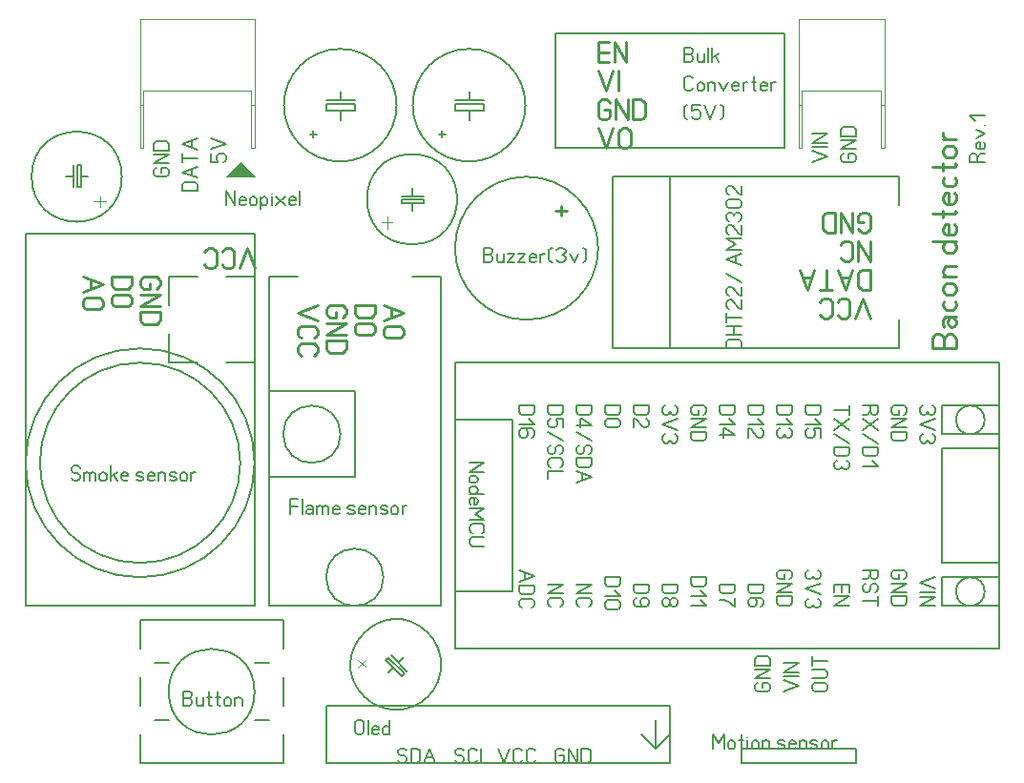
<source format=gbr>
%FSLAX34Y34*%
%MOMM*%
%LNCOPPER_BOTTOM*%
G71*
G01*
%ADD10C, 0.20*%
%ADD11C, 0.22*%
%ADD12C, 0.17*%
%ADD13C, 0.10*%
%ADD14C, 0.15*%
%ADD15C, 0.12*%
%ADD16C, 0.27*%
%LPD*%
G54D10*
X127000Y330200D02*
X127000Y304800D01*
X254000Y304800D01*
X254000Y330200D01*
G54D10*
X127000Y406400D02*
X127000Y431800D01*
X254000Y431800D01*
X254000Y406400D01*
G54D10*
X127000Y381000D02*
X127000Y355600D01*
G54D10*
X254000Y381000D02*
X254000Y355600D01*
G54D10*
X139700Y393700D02*
X152400Y393700D01*
G54D10*
X228600Y393700D02*
X241300Y393700D01*
G54D10*
X139700Y342900D02*
X152400Y342900D01*
G54D10*
X228600Y342900D02*
X241300Y342900D01*
G54D10*
G75*
G01X228600Y368300D02*
G03X228600Y368300I-38100J0D01*
G01*
G54D10*
G75*
G01X469900Y698500D02*
G03X469900Y698500I0J63500D01*
G01*
G54D11*
X495300Y795178D02*
X505966Y795178D01*
G54D11*
X500633Y799622D02*
X500633Y790733D01*
G54D10*
X800100Y698500D02*
X800100Y673100D01*
X546100Y673100D01*
X546100Y825500D01*
X800100Y825500D01*
X800100Y800100D01*
G54D10*
X596900Y673100D02*
X596900Y825500D01*
G54D11*
X774700Y699772D02*
X768033Y717550D01*
X761367Y699772D01*
G54D11*
X745811Y714217D02*
X747145Y716439D01*
X749811Y717550D01*
X752478Y717550D01*
X755145Y716439D01*
X756478Y714217D01*
X756478Y703105D01*
X755145Y700883D01*
X752478Y699772D01*
X749811Y699772D01*
X747145Y700883D01*
X745812Y703105D01*
G54D11*
X730255Y714217D02*
X731589Y716439D01*
X734255Y717550D01*
X736922Y717550D01*
X739589Y716439D01*
X740922Y714216D01*
X740922Y703105D01*
X739589Y700883D01*
X736922Y699772D01*
X734255Y699772D01*
X731589Y700883D01*
X730255Y703105D01*
G54D11*
X769367Y784861D02*
X764033Y784861D01*
X764034Y790417D01*
X765367Y792639D01*
X768033Y793750D01*
X770700Y793750D01*
X773367Y792639D01*
X774700Y790417D01*
X774700Y779305D01*
X773367Y777083D01*
X770700Y775972D01*
X768033Y775972D01*
X765367Y777083D01*
X764033Y779305D01*
G54D11*
X759144Y793750D02*
X759144Y775972D01*
X748477Y793750D01*
X748477Y775972D01*
G54D11*
X743588Y793750D02*
X743588Y775972D01*
X736921Y775972D01*
X734255Y777083D01*
X732921Y779305D01*
X732921Y790417D01*
X734255Y792639D01*
X736921Y793750D01*
X743588Y793750D01*
G54D11*
X774700Y742950D02*
X774700Y725172D01*
X768033Y725172D01*
X765367Y726283D01*
X764033Y728506D01*
X764033Y739617D01*
X765367Y741839D01*
X768033Y742950D01*
X774700Y742950D01*
G54D11*
X759144Y742950D02*
X752477Y725172D01*
X745811Y742950D01*
G54D11*
X756478Y736283D02*
X748477Y736283D01*
G54D11*
X735589Y742950D02*
X735589Y725172D01*
G54D11*
X740922Y725172D02*
X730255Y725172D01*
G54D11*
X725366Y742950D02*
X718700Y725172D01*
X712033Y742950D01*
G54D11*
X722699Y736283D02*
X714699Y736283D01*
G54D11*
X774700Y768350D02*
X774700Y750572D01*
X764033Y768350D01*
X764033Y750572D01*
G54D11*
X748477Y765017D02*
X749811Y767239D01*
X752477Y768350D01*
X755144Y768350D01*
X757811Y767239D01*
X759144Y765017D01*
X759144Y753906D01*
X757811Y751683D01*
X755144Y750572D01*
X752477Y750572D01*
X749811Y751683D01*
X748477Y753906D01*
G54D10*
X368300Y736600D02*
X393700Y736600D01*
X393700Y444500D01*
X241300Y444500D01*
X241300Y736600D01*
X266700Y736600D01*
G54D10*
G75*
G01X292100Y469900D02*
G03X292100Y469900I25400J0D01*
G01*
G54D10*
X241300Y558800D02*
X317500Y558800D01*
X317500Y635000D01*
X241300Y635000D01*
X241300Y558800D01*
G54D10*
G75*
G01X254000Y596900D02*
G03X254000Y596900I25400J0D01*
G01*
G54D11*
X342900Y711200D02*
X360678Y704533D01*
X342900Y697866D01*
G54D11*
X349567Y708533D02*
X349567Y700533D01*
G54D11*
X357344Y682311D02*
X346233Y682311D01*
X344011Y683645D01*
X342900Y686311D01*
X342900Y688978D01*
X344011Y691644D01*
X346233Y692978D01*
X357344Y692978D01*
X359567Y691644D01*
X360678Y688978D01*
X360678Y686311D01*
X359567Y683644D01*
X357344Y682311D01*
G54D11*
X317500Y711200D02*
X335278Y711200D01*
X335278Y704533D01*
X334167Y701867D01*
X331944Y700533D01*
X320833Y700533D01*
X318611Y701867D01*
X317500Y704533D01*
X317500Y711200D01*
G54D11*
X331944Y684977D02*
X320833Y684977D01*
X318611Y686311D01*
X317500Y688977D01*
X317500Y691644D01*
X318611Y694310D01*
X320833Y695644D01*
X331944Y695644D01*
X334167Y694311D01*
X335278Y691644D01*
X335278Y688977D01*
X334167Y686311D01*
X331944Y684977D01*
G54D11*
X300989Y705867D02*
X300989Y700533D01*
X295433Y700533D01*
X293211Y701867D01*
X292100Y704534D01*
X292100Y707200D01*
X293211Y709866D01*
X295433Y711200D01*
X306544Y711200D01*
X308767Y709866D01*
X309878Y707200D01*
X309878Y704533D01*
X308767Y701867D01*
X306544Y700533D01*
G54D11*
X292100Y695644D02*
X309878Y695644D01*
X292100Y684977D01*
X309878Y684977D01*
G54D11*
X292100Y680088D02*
X309878Y680088D01*
X309878Y673421D01*
X308767Y670754D01*
X306544Y669421D01*
X295433Y669421D01*
X293211Y670755D01*
X292100Y673421D01*
X292100Y680088D01*
G54D11*
X284478Y711200D02*
X266700Y704533D01*
X284478Y697867D01*
G54D11*
X270033Y682311D02*
X267811Y683645D01*
X266700Y686311D01*
X266700Y688978D01*
X267811Y691645D01*
X270033Y692978D01*
X281144Y692978D01*
X283367Y691645D01*
X284478Y688978D01*
X284478Y686311D01*
X283367Y683645D01*
X281144Y682311D01*
G54D11*
X270033Y666755D02*
X267811Y668089D01*
X266700Y670755D01*
X266700Y673422D01*
X267811Y676089D01*
X270033Y677422D01*
X281144Y677422D01*
X283367Y676089D01*
X284478Y673422D01*
X284478Y670755D01*
X283367Y668089D01*
X281144Y666755D01*
G54D10*
X406400Y660400D02*
X889000Y660400D01*
X889000Y406400D01*
X406400Y406400D01*
X406400Y660400D01*
G54D10*
X889000Y482600D02*
X838200Y482600D01*
X838200Y584200D01*
X889000Y584200D01*
X889000Y482600D01*
G54D12*
X419100Y571500D02*
X432433Y571500D01*
X419100Y563500D01*
X432433Y563500D01*
G54D12*
X421100Y553833D02*
X424433Y553833D01*
X426100Y554833D01*
X426600Y556833D01*
X426100Y558833D01*
X424433Y559833D01*
X421100Y559833D01*
X419433Y558833D01*
X419100Y556833D01*
X419433Y554833D01*
X421100Y553833D01*
G54D12*
X419100Y544166D02*
X432433Y544166D01*
G54D12*
X424433Y544166D02*
X426100Y545166D01*
X426600Y547166D01*
X426100Y549166D01*
X424433Y550166D01*
X421100Y550166D01*
X419433Y549166D01*
X419100Y547166D01*
X419433Y545166D01*
X421100Y544166D01*
G54D12*
X419933Y534499D02*
X419100Y536099D01*
X419100Y538099D01*
X419933Y540099D01*
X421600Y540499D01*
X424433Y540499D01*
X426100Y539499D01*
X426600Y537499D01*
X426100Y535499D01*
X424933Y534499D01*
X423267Y534499D01*
X423267Y540499D01*
G54D12*
X419100Y530832D02*
X432433Y530832D01*
X424100Y525832D01*
X432433Y520832D01*
X419100Y520832D01*
G54D12*
X421600Y509165D02*
X419933Y510165D01*
X419100Y512165D01*
X419100Y514165D01*
X419933Y516165D01*
X421600Y517165D01*
X429933Y517165D01*
X431600Y516165D01*
X432433Y514165D01*
X432433Y512165D01*
X431600Y510165D01*
X429933Y509165D01*
G54D12*
X432433Y505498D02*
X421600Y505498D01*
X419933Y504498D01*
X419100Y502498D01*
X419100Y500498D01*
X419933Y498498D01*
X421600Y497498D01*
X432433Y497498D01*
G54D10*
G75*
G01X850900Y457200D02*
G03X850900Y457200I12700J0D01*
G01*
G54D10*
G75*
G01X850900Y609600D02*
G03X850900Y609600I12700J0D01*
G01*
G54D10*
X889000Y444500D02*
X838200Y444500D01*
X838200Y469900D01*
X889000Y469900D01*
X889000Y444500D01*
G54D10*
X889000Y596900D02*
X838200Y596900D01*
X838200Y622300D01*
X889000Y622300D01*
X889000Y596900D01*
G54D12*
X829983Y622300D02*
X831650Y621300D01*
X832483Y619300D01*
X832483Y617300D01*
X831650Y615300D01*
X829983Y614300D01*
X828317Y614300D01*
X826650Y615300D01*
X825817Y617300D01*
X824983Y615300D01*
X823317Y614300D01*
X821650Y614300D01*
X819983Y615300D01*
X819150Y617300D01*
X819150Y619300D01*
X819983Y621300D01*
X821650Y622300D01*
G54D12*
X832483Y610633D02*
X819150Y605633D01*
X832483Y600633D01*
G54D12*
X829983Y596966D02*
X831650Y595966D01*
X832483Y593966D01*
X832483Y591966D01*
X831650Y589966D01*
X829983Y588966D01*
X828317Y588966D01*
X826650Y589966D01*
X825817Y591966D01*
X824983Y589966D01*
X823317Y588966D01*
X821650Y588966D01*
X819983Y589966D01*
X819150Y591966D01*
X819150Y593966D01*
X819983Y595966D01*
X821650Y596966D01*
G54D12*
X800417Y618300D02*
X800417Y614300D01*
X796250Y614300D01*
X794583Y615300D01*
X793750Y617300D01*
X793750Y619300D01*
X794583Y621300D01*
X796250Y622300D01*
X804583Y622300D01*
X806250Y621300D01*
X807083Y619300D01*
X807083Y617300D01*
X806250Y615300D01*
X804583Y614300D01*
G54D12*
X793750Y610633D02*
X807083Y610633D01*
X793750Y602633D01*
X807083Y602633D01*
G54D12*
X793750Y598966D02*
X807083Y598966D01*
X807083Y593966D01*
X806250Y591966D01*
X804583Y590966D01*
X796250Y590966D01*
X794583Y591966D01*
X793750Y593966D01*
X793750Y598966D01*
G54D12*
X775017Y618300D02*
X773350Y615300D01*
X771683Y614300D01*
X768350Y614300D01*
G54D12*
X768350Y622300D02*
X781683Y622300D01*
X781683Y617300D01*
X780850Y615300D01*
X779183Y614300D01*
X777517Y614300D01*
X775850Y615300D01*
X775017Y617300D01*
X775017Y622300D01*
G54D12*
X781683Y610633D02*
X768350Y600633D01*
G54D12*
X768350Y610633D02*
X781683Y600633D01*
G54D12*
X768350Y596966D02*
X781683Y588966D01*
G54D12*
X768350Y585299D02*
X781683Y585299D01*
X781683Y580299D01*
X780850Y578299D01*
X779183Y577299D01*
X770850Y577299D01*
X769183Y578299D01*
X768350Y580299D01*
X768350Y585299D01*
G54D12*
X776683Y573632D02*
X781683Y568632D01*
X768350Y568632D01*
G54D12*
X742950Y618300D02*
X756283Y618300D01*
G54D12*
X756283Y622300D02*
X756283Y614300D01*
G54D12*
X756283Y610633D02*
X742950Y600633D01*
G54D12*
X742950Y610633D02*
X756283Y600633D01*
G54D12*
X742950Y596966D02*
X756283Y588966D01*
G54D12*
X742950Y585299D02*
X756283Y585299D01*
X756283Y580299D01*
X755450Y578299D01*
X753783Y577299D01*
X745450Y577299D01*
X743783Y578299D01*
X742950Y580299D01*
X742950Y585299D01*
G54D12*
X753783Y573632D02*
X755450Y572632D01*
X756283Y570632D01*
X756283Y568632D01*
X755450Y566632D01*
X753783Y565632D01*
X752117Y565632D01*
X750450Y566632D01*
X749617Y568632D01*
X748783Y566632D01*
X747117Y565632D01*
X745450Y565632D01*
X743783Y566632D01*
X742950Y568632D01*
X742950Y570632D01*
X743783Y572632D01*
X745450Y573632D01*
G54D12*
X717550Y622300D02*
X730883Y622300D01*
X730883Y617300D01*
X730050Y615300D01*
X728383Y614300D01*
X720050Y614300D01*
X718383Y615300D01*
X717550Y617300D01*
X717550Y622300D01*
G54D12*
X725883Y610633D02*
X730883Y605633D01*
X717550Y605633D01*
G54D12*
X730883Y593966D02*
X730883Y601966D01*
X725050Y601966D01*
X725050Y600966D01*
X725883Y598966D01*
X725883Y596966D01*
X725050Y594966D01*
X723383Y593966D01*
X720050Y593966D01*
X718383Y594966D01*
X717550Y596966D01*
X717550Y598966D01*
X718383Y600966D01*
X720050Y601966D01*
G54D12*
X692150Y622300D02*
X705483Y622300D01*
X705483Y617300D01*
X704650Y615300D01*
X702983Y614300D01*
X694650Y614300D01*
X692983Y615300D01*
X692150Y617300D01*
X692150Y622300D01*
G54D12*
X700483Y610633D02*
X705483Y605633D01*
X692150Y605633D01*
G54D12*
X702983Y601966D02*
X704650Y600966D01*
X705483Y598966D01*
X705483Y596966D01*
X704650Y594966D01*
X702983Y593966D01*
X701317Y593966D01*
X699650Y594966D01*
X698817Y596966D01*
X697983Y594966D01*
X696317Y593966D01*
X694650Y593966D01*
X692983Y594966D01*
X692150Y596966D01*
X692150Y598966D01*
X692983Y600966D01*
X694650Y601966D01*
G54D12*
X666750Y622300D02*
X680083Y622300D01*
X680083Y617300D01*
X679250Y615300D01*
X677583Y614300D01*
X669250Y614300D01*
X667583Y615300D01*
X666750Y617300D01*
X666750Y622300D01*
G54D12*
X675083Y610633D02*
X680083Y605633D01*
X666750Y605633D01*
G54D12*
X666750Y593966D02*
X666750Y601966D01*
X667583Y601966D01*
X669250Y600966D01*
X674250Y594966D01*
X675917Y593966D01*
X677583Y593966D01*
X679250Y594966D01*
X680083Y596966D01*
X680083Y598966D01*
X679250Y600966D01*
X677583Y601966D01*
G54D12*
X641350Y622300D02*
X654683Y622300D01*
X654683Y617300D01*
X653850Y615300D01*
X652183Y614300D01*
X643850Y614300D01*
X642183Y615300D01*
X641350Y617300D01*
X641350Y622300D01*
G54D12*
X649683Y610633D02*
X654683Y605633D01*
X641350Y605633D01*
G54D12*
X641350Y595966D02*
X654683Y595966D01*
X646350Y601966D01*
X644683Y601966D01*
X644683Y593966D01*
G54D12*
X622617Y618300D02*
X622617Y614300D01*
X618450Y614300D01*
X616783Y615300D01*
X615950Y617300D01*
X615950Y619300D01*
X616783Y621300D01*
X618450Y622300D01*
X626783Y622300D01*
X628450Y621300D01*
X629283Y619300D01*
X629283Y617300D01*
X628450Y615300D01*
X626783Y614300D01*
G54D12*
X615950Y610633D02*
X629283Y610633D01*
X615950Y602633D01*
X629283Y602633D01*
G54D12*
X615950Y598966D02*
X629283Y598966D01*
X629283Y593966D01*
X628450Y591966D01*
X626783Y590966D01*
X618450Y590966D01*
X616783Y591966D01*
X615950Y593966D01*
X615950Y598966D01*
G54D12*
X601383Y622300D02*
X603050Y621300D01*
X603883Y619300D01*
X603883Y617300D01*
X603050Y615300D01*
X601383Y614300D01*
X599717Y614300D01*
X598050Y615300D01*
X597217Y617300D01*
X596383Y615300D01*
X594717Y614300D01*
X593050Y614300D01*
X591383Y615300D01*
X590550Y617300D01*
X590550Y619300D01*
X591383Y621300D01*
X593050Y622300D01*
G54D12*
X603883Y610633D02*
X590550Y605633D01*
X603883Y600633D01*
G54D12*
X601383Y596966D02*
X603050Y595966D01*
X603883Y593966D01*
X603883Y591966D01*
X603050Y589966D01*
X601383Y588966D01*
X599717Y588966D01*
X598050Y589966D01*
X597217Y591966D01*
X596383Y589966D01*
X594717Y588966D01*
X593050Y588966D01*
X591383Y589966D01*
X590550Y591966D01*
X590550Y593966D01*
X591383Y595966D01*
X593050Y596966D01*
G54D12*
X565150Y622300D02*
X578483Y622300D01*
X578483Y617300D01*
X577650Y615300D01*
X575983Y614300D01*
X567650Y614300D01*
X565983Y615300D01*
X565150Y617300D01*
X565150Y622300D01*
G54D12*
X565150Y602633D02*
X565150Y610633D01*
X565983Y610633D01*
X567650Y609633D01*
X572650Y603633D01*
X574317Y602633D01*
X575983Y602633D01*
X577650Y603633D01*
X578483Y605633D01*
X578483Y607633D01*
X577650Y609633D01*
X575983Y610633D01*
G54D12*
X539750Y622300D02*
X553083Y622300D01*
X553083Y617300D01*
X552250Y615300D01*
X550583Y614300D01*
X542250Y614300D01*
X540583Y615300D01*
X539750Y617300D01*
X539750Y622300D01*
G54D12*
X550583Y602633D02*
X542250Y602633D01*
X540583Y603633D01*
X539750Y605633D01*
X539750Y607633D01*
X540583Y609633D01*
X542250Y610633D01*
X550583Y610633D01*
X552250Y609633D01*
X553083Y607633D01*
X553083Y605633D01*
X552250Y603633D01*
X550583Y602633D01*
G54D12*
X514350Y622300D02*
X527683Y622300D01*
X527683Y617300D01*
X526850Y615300D01*
X525183Y614300D01*
X516850Y614300D01*
X515183Y615300D01*
X514350Y617300D01*
X514350Y622300D01*
G54D12*
X514350Y604633D02*
X527683Y604633D01*
X519350Y610633D01*
X517683Y610633D01*
X517683Y602633D01*
G54D12*
X514350Y598966D02*
X527683Y590966D01*
G54D12*
X516850Y587299D02*
X515183Y586299D01*
X514350Y584299D01*
X514350Y582299D01*
X515183Y580299D01*
X516850Y579299D01*
X518517Y579299D01*
X520183Y580299D01*
X521017Y582299D01*
X521017Y584299D01*
X521850Y586299D01*
X523517Y587299D01*
X525183Y587299D01*
X526850Y586299D01*
X527683Y584299D01*
X527683Y582299D01*
X526850Y580299D01*
X525183Y579299D01*
G54D12*
X514350Y575632D02*
X527683Y575632D01*
X527683Y570632D01*
X526850Y568632D01*
X525183Y567632D01*
X516850Y567632D01*
X515183Y568632D01*
X514350Y570632D01*
X514350Y575632D01*
G54D12*
X514350Y563965D02*
X527683Y558965D01*
X514350Y553965D01*
G54D12*
X519350Y561965D02*
X519350Y555965D01*
G54D12*
X488950Y622300D02*
X502283Y622300D01*
X502283Y617300D01*
X501450Y615300D01*
X499783Y614300D01*
X491450Y614300D01*
X489783Y615300D01*
X488950Y617300D01*
X488950Y622300D01*
G54D12*
X502283Y602633D02*
X502283Y610633D01*
X496450Y610633D01*
X496450Y609633D01*
X497283Y607633D01*
X497283Y605633D01*
X496450Y603633D01*
X494783Y602633D01*
X491450Y602633D01*
X489783Y603633D01*
X488950Y605633D01*
X488950Y607633D01*
X489783Y609633D01*
X491450Y610633D01*
G54D12*
X488950Y598966D02*
X502283Y590966D01*
G54D12*
X491450Y587299D02*
X489783Y586299D01*
X488950Y584299D01*
X488950Y582299D01*
X489783Y580299D01*
X491450Y579299D01*
X493117Y579299D01*
X494783Y580299D01*
X495617Y582299D01*
X495617Y584299D01*
X496450Y586299D01*
X498117Y587299D01*
X499783Y587299D01*
X501450Y586299D01*
X502283Y584299D01*
X502283Y582299D01*
X501450Y580299D01*
X499783Y579299D01*
G54D12*
X491450Y567632D02*
X489783Y568632D01*
X488950Y570632D01*
X488950Y572632D01*
X489783Y574632D01*
X491450Y575632D01*
X499783Y575632D01*
X501450Y574632D01*
X502283Y572632D01*
X502283Y570632D01*
X501450Y568632D01*
X499783Y567632D01*
G54D12*
X502283Y563965D02*
X488950Y563965D01*
X488950Y556965D01*
G54D12*
X463550Y622300D02*
X476883Y622300D01*
X476883Y617300D01*
X476050Y615300D01*
X474383Y614300D01*
X466050Y614300D01*
X464383Y615300D01*
X463550Y617300D01*
X463550Y622300D01*
G54D12*
X471883Y610633D02*
X476883Y605633D01*
X463550Y605633D01*
G54D12*
X474383Y593966D02*
X476050Y594966D01*
X476883Y596966D01*
X476883Y598966D01*
X476050Y600966D01*
X474383Y601966D01*
X470217Y601966D01*
X469383Y601966D01*
X471050Y598966D01*
X471050Y596966D01*
X470217Y594966D01*
X468550Y593966D01*
X466050Y593966D01*
X464383Y594966D01*
X463550Y596966D01*
X463550Y598966D01*
X464383Y600966D01*
X466050Y601966D01*
X470217Y601966D01*
G54D12*
X832483Y469900D02*
X819150Y464900D01*
X832483Y459900D01*
G54D12*
X819150Y456233D02*
X832483Y456233D01*
G54D12*
X819150Y452566D02*
X832483Y452566D01*
X819150Y444566D01*
X832483Y444566D01*
G54D12*
X800417Y472250D02*
X800417Y468250D01*
X796250Y468250D01*
X794583Y469250D01*
X793750Y471250D01*
X793750Y473250D01*
X794583Y475250D01*
X796250Y476250D01*
X804583Y476250D01*
X806250Y475250D01*
X807083Y473250D01*
X807083Y471250D01*
X806250Y469250D01*
X804583Y468250D01*
G54D12*
X793750Y464583D02*
X807083Y464583D01*
X793750Y456583D01*
X807083Y456583D01*
G54D12*
X793750Y452916D02*
X807083Y452916D01*
X807083Y447916D01*
X806250Y445916D01*
X804583Y444916D01*
X796250Y444916D01*
X794583Y445916D01*
X793750Y447916D01*
X793750Y452916D01*
G54D12*
X775017Y472250D02*
X773350Y469250D01*
X771683Y468250D01*
X768350Y468250D01*
G54D12*
X768350Y476250D02*
X781683Y476250D01*
X781683Y471250D01*
X780850Y469250D01*
X779183Y468250D01*
X777517Y468250D01*
X775850Y469250D01*
X775017Y471250D01*
X775017Y476250D01*
G54D12*
X770850Y464583D02*
X769183Y463583D01*
X768350Y461583D01*
X768350Y459583D01*
X769183Y457583D01*
X770850Y456583D01*
X772517Y456583D01*
X774183Y457583D01*
X775017Y459583D01*
X775017Y461583D01*
X775850Y463583D01*
X777517Y464583D01*
X779183Y464583D01*
X780850Y463583D01*
X781683Y461583D01*
X781683Y459583D01*
X780850Y457583D01*
X779183Y456583D01*
G54D12*
X768350Y448916D02*
X781683Y448916D01*
G54D12*
X781683Y452916D02*
X781683Y444916D01*
G54D12*
X742950Y456550D02*
X742950Y463550D01*
X756283Y463550D01*
X756283Y456550D01*
G54D12*
X749617Y463550D02*
X749617Y456550D01*
G54D12*
X742950Y452883D02*
X756283Y452883D01*
X742950Y444883D01*
X756283Y444883D01*
G54D12*
X728383Y476250D02*
X730050Y475250D01*
X730883Y473250D01*
X730883Y471250D01*
X730050Y469250D01*
X728383Y468250D01*
X726717Y468250D01*
X725050Y469250D01*
X724217Y471250D01*
X723383Y469250D01*
X721717Y468250D01*
X720050Y468250D01*
X718383Y469250D01*
X717550Y471250D01*
X717550Y473250D01*
X718383Y475250D01*
X720050Y476250D01*
G54D12*
X730883Y464583D02*
X717550Y459583D01*
X730883Y454583D01*
G54D12*
X728383Y450916D02*
X730050Y449916D01*
X730883Y447916D01*
X730883Y445916D01*
X730050Y443916D01*
X728383Y442916D01*
X726717Y442916D01*
X725050Y443916D01*
X724217Y445916D01*
X723383Y443916D01*
X721717Y442916D01*
X720050Y442916D01*
X718383Y443916D01*
X717550Y445916D01*
X717550Y447916D01*
X718383Y449916D01*
X720050Y450916D01*
G54D12*
X698817Y472250D02*
X698817Y468250D01*
X694650Y468250D01*
X692983Y469250D01*
X692150Y471250D01*
X692150Y473250D01*
X692983Y475250D01*
X694650Y476250D01*
X702983Y476250D01*
X704650Y475250D01*
X705483Y473250D01*
X705483Y471250D01*
X704650Y469250D01*
X702983Y468250D01*
G54D12*
X692150Y464583D02*
X705483Y464583D01*
X692150Y456583D01*
X705483Y456583D01*
G54D12*
X692150Y452916D02*
X705483Y452916D01*
X705483Y447916D01*
X704650Y445916D01*
X702983Y444916D01*
X694650Y444916D01*
X692983Y445916D01*
X692150Y447916D01*
X692150Y452916D01*
G54D12*
X666750Y463550D02*
X680083Y463550D01*
X680083Y458550D01*
X679250Y456550D01*
X677583Y455550D01*
X669250Y455550D01*
X667583Y456550D01*
X666750Y458550D01*
X666750Y463550D01*
G54D12*
X677583Y443883D02*
X679250Y444883D01*
X680083Y446883D01*
X680083Y448883D01*
X679250Y450883D01*
X677583Y451883D01*
X673417Y451883D01*
X672583Y451883D01*
X674250Y448883D01*
X674250Y446883D01*
X673417Y444883D01*
X671750Y443883D01*
X669250Y443883D01*
X667583Y444883D01*
X666750Y446883D01*
X666750Y448883D01*
X667583Y450883D01*
X669250Y451883D01*
X673417Y451883D01*
G54D12*
X641350Y463550D02*
X654683Y463550D01*
X654683Y458550D01*
X653850Y456550D01*
X652183Y455550D01*
X643850Y455550D01*
X642183Y456550D01*
X641350Y458550D01*
X641350Y463550D01*
G54D12*
X654683Y451883D02*
X654683Y443883D01*
X653017Y444883D01*
X650517Y446883D01*
X647183Y448883D01*
X644683Y449883D01*
X641350Y449883D01*
G54D12*
X615950Y469900D02*
X629283Y469900D01*
X629283Y464900D01*
X628450Y462900D01*
X626783Y461900D01*
X618450Y461900D01*
X616783Y462900D01*
X615950Y464900D01*
X615950Y469900D01*
G54D12*
X624283Y458233D02*
X629283Y453233D01*
X615950Y453233D01*
G54D12*
X624283Y449566D02*
X629283Y444566D01*
X615950Y444566D01*
G54D12*
X590550Y463550D02*
X603883Y463550D01*
X603883Y458550D01*
X603050Y456550D01*
X601383Y455550D01*
X593050Y455550D01*
X591383Y456550D01*
X590550Y458550D01*
X590550Y463550D01*
G54D12*
X597217Y446883D02*
X597217Y448883D01*
X598050Y450883D01*
X599717Y451883D01*
X601383Y451883D01*
X603050Y450883D01*
X603883Y448883D01*
X603883Y446883D01*
X603050Y444883D01*
X601383Y443883D01*
X599717Y443883D01*
X598050Y444883D01*
X597217Y446883D01*
X596383Y444883D01*
X594717Y443883D01*
X593050Y443883D01*
X591383Y444883D01*
X590550Y446883D01*
X590550Y448883D01*
X591383Y450883D01*
X593050Y451883D01*
X594717Y451883D01*
X596383Y450883D01*
X597217Y448883D01*
G54D12*
X565150Y463550D02*
X578483Y463550D01*
X578483Y458550D01*
X577650Y456550D01*
X575983Y455550D01*
X567650Y455550D01*
X565983Y456550D01*
X565150Y458550D01*
X565150Y463550D01*
G54D12*
X567650Y451883D02*
X565983Y450883D01*
X565150Y448883D01*
X565150Y446883D01*
X565983Y444883D01*
X567650Y443883D01*
X571817Y443883D01*
X572650Y443883D01*
X570983Y446883D01*
X570983Y448883D01*
X571817Y450883D01*
X573483Y451883D01*
X575983Y451883D01*
X577650Y450883D01*
X578483Y448883D01*
X578483Y446883D01*
X577650Y444883D01*
X575983Y443883D01*
X571817Y443883D01*
G54D12*
X539750Y469900D02*
X553083Y469900D01*
X553083Y464900D01*
X552250Y462900D01*
X550583Y461900D01*
X542250Y461900D01*
X540583Y462900D01*
X539750Y464900D01*
X539750Y469900D01*
G54D12*
X548083Y458233D02*
X553083Y453233D01*
X539750Y453233D01*
G54D12*
X550583Y441566D02*
X542250Y441566D01*
X540583Y442566D01*
X539750Y444566D01*
X539750Y446566D01*
X540583Y448566D01*
X542250Y449566D01*
X550583Y449566D01*
X552250Y448566D01*
X553083Y446566D01*
X553083Y444566D01*
X552250Y442566D01*
X550583Y441566D01*
G54D12*
X514350Y463550D02*
X527683Y463550D01*
X514350Y455550D01*
X527683Y455550D01*
G54D12*
X516850Y443883D02*
X515183Y444883D01*
X514350Y446883D01*
X514350Y448883D01*
X515183Y450883D01*
X516850Y451883D01*
X525183Y451883D01*
X526850Y450883D01*
X527683Y448883D01*
X527683Y446883D01*
X526850Y444883D01*
X525183Y443883D01*
G54D12*
X488950Y463550D02*
X502283Y463550D01*
X488950Y455550D01*
X502283Y455550D01*
G54D12*
X491450Y443883D02*
X489783Y444883D01*
X488950Y446883D01*
X488950Y448883D01*
X489783Y450883D01*
X491450Y451883D01*
X499783Y451883D01*
X501450Y450883D01*
X502283Y448883D01*
X502283Y446883D01*
X501450Y444883D01*
X499783Y443883D01*
G54D12*
X463550Y476250D02*
X476883Y471250D01*
X463550Y466250D01*
G54D12*
X468550Y474250D02*
X468550Y468250D01*
G54D12*
X463550Y462583D02*
X476883Y462583D01*
X476883Y457583D01*
X476050Y455583D01*
X474383Y454583D01*
X466050Y454583D01*
X464383Y455583D01*
X463550Y457583D01*
X463550Y462583D01*
G54D12*
X466050Y442916D02*
X464383Y443916D01*
X463550Y445916D01*
X463550Y447916D01*
X464383Y449916D01*
X466050Y450916D01*
X474383Y450916D01*
X476050Y449916D01*
X476883Y447916D01*
X476883Y445916D01*
X476050Y443916D01*
X474383Y442916D01*
G54D10*
X406400Y457200D02*
X457200Y457200D01*
X457200Y609600D01*
X406400Y609600D01*
X406400Y457200D01*
G54D10*
X292100Y355600D02*
X596900Y355600D01*
X596900Y304800D01*
X292100Y304800D01*
X292100Y355600D01*
G54D10*
X584200Y342900D02*
X584200Y317500D01*
X571500Y330200D01*
G54D10*
X584200Y317500D02*
X596900Y330200D01*
G54D12*
X355600Y307300D02*
X356600Y305633D01*
X358600Y304800D01*
X360600Y304800D01*
X362600Y305633D01*
X363600Y307300D01*
X363600Y308967D01*
X362600Y310633D01*
X360600Y311467D01*
X358600Y311467D01*
X356600Y312300D01*
X355600Y313967D01*
X355600Y315633D01*
X356600Y317300D01*
X358600Y318133D01*
X360600Y318133D01*
X362600Y317300D01*
X363600Y315633D01*
G54D12*
X367267Y304800D02*
X367267Y318133D01*
X372267Y318133D01*
X374267Y317300D01*
X375267Y315633D01*
X375267Y307300D01*
X374267Y305633D01*
X372267Y304800D01*
X367267Y304800D01*
G54D12*
X378934Y304800D02*
X383934Y318133D01*
X388934Y304800D01*
G54D12*
X380934Y309800D02*
X386934Y309800D01*
G54D12*
X406400Y307300D02*
X407400Y305633D01*
X409400Y304800D01*
X411400Y304800D01*
X413400Y305633D01*
X414400Y307300D01*
X414400Y308967D01*
X413400Y310633D01*
X411400Y311467D01*
X409400Y311467D01*
X407400Y312300D01*
X406400Y313967D01*
X406400Y315633D01*
X407400Y317300D01*
X409400Y318133D01*
X411400Y318133D01*
X413400Y317300D01*
X414400Y315633D01*
G54D12*
X426067Y307300D02*
X425067Y305633D01*
X423067Y304800D01*
X421067Y304800D01*
X419067Y305633D01*
X418067Y307300D01*
X418067Y315633D01*
X419067Y317300D01*
X421067Y318133D01*
X423067Y318133D01*
X425067Y317300D01*
X426067Y315633D01*
G54D12*
X429734Y318133D02*
X429734Y304800D01*
X436734Y304800D01*
G54D12*
X444500Y318133D02*
X449500Y304800D01*
X454500Y318133D01*
G54D12*
X466167Y307300D02*
X465167Y305633D01*
X463167Y304800D01*
X461167Y304800D01*
X459167Y305633D01*
X458167Y307300D01*
X458167Y315633D01*
X459167Y317300D01*
X461167Y318133D01*
X463167Y318133D01*
X465167Y317300D01*
X466167Y315633D01*
G54D12*
X477834Y307300D02*
X476834Y305633D01*
X474834Y304800D01*
X472834Y304800D01*
X470834Y305633D01*
X469834Y307300D01*
X469834Y315633D01*
X470834Y317300D01*
X472834Y318133D01*
X474834Y318133D01*
X476834Y317300D01*
X477834Y315633D01*
G54D12*
X499300Y311467D02*
X503300Y311467D01*
X503300Y307300D01*
X502300Y305633D01*
X500300Y304800D01*
X498300Y304800D01*
X496300Y305633D01*
X495300Y307300D01*
X495300Y315633D01*
X496300Y317300D01*
X498300Y318133D01*
X500300Y318133D01*
X502300Y317300D01*
X503300Y315633D01*
G54D12*
X506967Y304800D02*
X506967Y318133D01*
X514967Y304800D01*
X514967Y318133D01*
G54D12*
X518634Y304800D02*
X518634Y318133D01*
X523634Y318133D01*
X525634Y317300D01*
X526634Y315633D01*
X526634Y307300D01*
X525634Y305633D01*
X523634Y304800D01*
X518634Y304800D01*
G54D10*
X228600Y774700D02*
X25400Y774700D01*
X25400Y444500D01*
X228600Y444500D01*
X228600Y774700D01*
G54D10*
G75*
G01X25400Y571500D02*
G03X25400Y571500I101600J0D01*
G01*
G54D10*
G75*
G01X38100Y571500D02*
G03X38100Y571500I88900J0D01*
G01*
G54D10*
X177800Y736600D02*
X152400Y736600D01*
X152400Y711200D01*
G54D10*
X203200Y736600D02*
X228600Y736600D01*
G54D10*
X228600Y660400D02*
X203200Y660400D01*
G54D10*
X177800Y660400D02*
X152400Y660400D01*
X152400Y685800D01*
G54D11*
X228600Y744222D02*
X221933Y762000D01*
X215267Y744222D01*
G54D11*
X199711Y758667D02*
X201045Y760889D01*
X203711Y762000D01*
X206378Y762000D01*
X209045Y760889D01*
X210378Y758667D01*
X210378Y747556D01*
X209045Y745334D01*
X206378Y744222D01*
X203711Y744222D01*
X201045Y745333D01*
X199711Y747556D01*
G54D11*
X184155Y758667D02*
X185489Y760889D01*
X188155Y762000D01*
X190822Y762000D01*
X193489Y760889D01*
X194822Y758667D01*
X194822Y747556D01*
X193489Y745334D01*
X190822Y744222D01*
X188155Y744222D01*
X185489Y745334D01*
X184155Y747556D01*
G54D11*
X135889Y731267D02*
X135889Y725933D01*
X130333Y725933D01*
X128111Y727267D01*
X127000Y729933D01*
X127000Y732600D01*
X128111Y735267D01*
X130333Y736600D01*
X141444Y736600D01*
X143667Y735267D01*
X144778Y732600D01*
X144778Y729934D01*
X143667Y727267D01*
X141444Y725934D01*
G54D11*
X127000Y721044D02*
X144778Y721044D01*
X127000Y710378D01*
X144778Y710378D01*
G54D11*
X127000Y705488D02*
X144778Y705488D01*
X144778Y698822D01*
X143667Y696155D01*
X141444Y694822D01*
X130333Y694821D01*
X128111Y696155D01*
X127000Y698821D01*
X127000Y705488D01*
G54D11*
X101600Y736600D02*
X119378Y736600D01*
X119378Y729933D01*
X118267Y727267D01*
X116044Y725933D01*
X104933Y725934D01*
X102711Y727267D01*
X101600Y729933D01*
X101600Y736600D01*
G54D11*
X116044Y710378D02*
X104933Y710377D01*
X102711Y711711D01*
X101600Y714377D01*
X101600Y717044D01*
X102711Y719711D01*
X104933Y721044D01*
X116045Y721044D01*
X118267Y719711D01*
X119378Y717044D01*
X119378Y714377D01*
X118267Y711711D01*
X116044Y710378D01*
G54D11*
X76200Y736600D02*
X93978Y729934D01*
X76200Y723267D01*
G54D11*
X82867Y733933D02*
X82867Y725933D01*
G54D11*
X90644Y707712D02*
X79533Y707712D01*
X77311Y709045D01*
X76200Y711712D01*
X76200Y714378D01*
X77311Y717045D01*
X79533Y718378D01*
X90644Y718378D01*
X92867Y717045D01*
X93978Y714378D01*
X93978Y711712D01*
X92867Y709045D01*
X90644Y707712D01*
G54D12*
X679133Y372300D02*
X679133Y376300D01*
X683300Y376300D01*
X684967Y375300D01*
X685800Y373300D01*
X685800Y371300D01*
X684967Y369300D01*
X683300Y368300D01*
X674967Y368300D01*
X673300Y369300D01*
X672467Y371300D01*
X672467Y373300D01*
X673300Y375300D01*
X674967Y376300D01*
G54D12*
X685800Y379967D02*
X672467Y379967D01*
X685800Y387967D01*
X672467Y387967D01*
G54D12*
X685800Y391634D02*
X672467Y391634D01*
X672467Y396634D01*
X673300Y398634D01*
X674967Y399634D01*
X683300Y399634D01*
X684967Y398634D01*
X685800Y396634D01*
X685800Y391634D01*
G54D12*
X697867Y368300D02*
X711200Y373300D01*
X697867Y378300D01*
G54D12*
X711200Y381967D02*
X697867Y381967D01*
G54D12*
X711200Y385634D02*
X697867Y385634D01*
X711200Y393634D01*
X697867Y393634D01*
G54D12*
X725767Y376300D02*
X734100Y376300D01*
X735767Y375300D01*
X736600Y373300D01*
X736600Y371300D01*
X735767Y369300D01*
X734100Y368300D01*
X725767Y368300D01*
X724100Y369300D01*
X723267Y371300D01*
X723267Y373300D01*
X724100Y375300D01*
X725767Y376300D01*
G54D12*
X723267Y379967D02*
X734100Y379967D01*
X735767Y380967D01*
X736600Y382967D01*
X736600Y384967D01*
X735767Y386967D01*
X734100Y387967D01*
X723267Y387967D01*
G54D12*
X736600Y395634D02*
X723267Y395634D01*
G54D12*
X723267Y391634D02*
X723267Y399634D01*
G54D10*
X660400Y317500D02*
X762000Y317500D01*
X762000Y304800D01*
X660400Y304800D01*
X660400Y317500D01*
G54D10*
X495277Y952556D02*
X495277Y850956D01*
X698477Y850956D01*
X698477Y952556D01*
X495277Y952556D01*
G54D11*
X542710Y927156D02*
X533377Y927156D01*
X533377Y944934D01*
X542710Y944934D01*
G54D11*
X533377Y936045D02*
X542710Y936045D01*
G54D11*
X547599Y927156D02*
X547599Y944934D01*
X558266Y927156D01*
X558266Y944934D01*
G54D11*
X533377Y919534D02*
X540044Y901756D01*
X546710Y919534D01*
G54D11*
X551599Y901756D02*
X551599Y919534D01*
G54D11*
X538710Y885245D02*
X544044Y885245D01*
X544044Y879689D01*
X542710Y877467D01*
X540044Y876356D01*
X537377Y876356D01*
X534710Y877467D01*
X533377Y879689D01*
X533377Y890800D01*
X534710Y893023D01*
X537377Y894134D01*
X540044Y894134D01*
X542710Y893023D01*
X544044Y890800D01*
G54D11*
X548933Y876356D02*
X548933Y894134D01*
X559600Y876356D01*
X559600Y894134D01*
G54D11*
X564489Y876356D02*
X564489Y894134D01*
X571156Y894134D01*
X573822Y893023D01*
X575156Y890800D01*
X575156Y879689D01*
X573822Y877467D01*
X571156Y876356D01*
X564489Y876356D01*
G54D11*
X533377Y868734D02*
X540044Y850956D01*
X546710Y868734D01*
G54D11*
X562266Y865400D02*
X562266Y854289D01*
X560932Y852067D01*
X558266Y850956D01*
X555599Y850956D01*
X552932Y852067D01*
X551599Y854289D01*
X551599Y865400D01*
X552932Y867623D01*
X555599Y868734D01*
X558266Y868734D01*
X560932Y867623D01*
X562266Y865400D01*
G54D13*
X714375Y895350D02*
X714375Y889000D01*
X711200Y889000D01*
X711200Y965200D01*
X787400Y965200D01*
X787400Y889000D01*
X784225Y889000D01*
X784225Y895350D01*
G54D13*
X714375Y895350D02*
X714375Y901700D01*
X784225Y901700D01*
X784225Y895350D01*
G54D13*
X711200Y889000D02*
X711200Y850900D01*
X714375Y850900D01*
X714375Y889000D01*
G54D13*
X784225Y889000D02*
X784225Y850900D01*
X787400Y850900D01*
X787400Y889000D01*
G54D14*
X304600Y893600D02*
X304600Y901500D01*
G54D14*
X304600Y884100D02*
X304600Y876100D01*
G54D14*
X291900Y890300D02*
X317300Y890300D01*
X317300Y884000D01*
X291900Y884000D01*
X291900Y890300D01*
G54D14*
X283900Y863400D02*
X277600Y863400D01*
G54D14*
X280700Y866600D02*
X280700Y860200D01*
G54D14*
X317300Y893500D02*
X291900Y893500D01*
G54D14*
G75*
G01X304600Y839000D02*
G03X304600Y839000I0J50000D01*
G01*
G54D13*
X130175Y895350D02*
X130175Y889000D01*
X127000Y889000D01*
X127000Y965200D01*
X228600Y965200D01*
X228600Y889000D01*
X225425Y889000D01*
X225425Y895350D01*
G54D13*
X130175Y895350D02*
X130175Y901700D01*
X225425Y901700D01*
X225425Y895350D01*
G54D13*
X127000Y889000D02*
X127000Y850900D01*
X130175Y850900D01*
X130175Y889000D01*
G54D13*
X225425Y889000D02*
X225425Y850900D01*
X228600Y850900D01*
X228600Y889000D01*
G54D14*
X418900Y893600D02*
X418900Y901500D01*
G54D14*
X418900Y884100D02*
X418900Y876100D01*
G54D14*
X406200Y890300D02*
X431600Y890300D01*
X431600Y884000D01*
X406200Y884000D01*
X406200Y890300D01*
G54D14*
X398200Y863400D02*
X391900Y863400D01*
G54D14*
X395000Y866600D02*
X395000Y860200D01*
G54D14*
X431600Y893500D02*
X406200Y893500D01*
G54D14*
G75*
G01X418900Y839000D02*
G03X418900Y839000I0J50000D01*
G01*
G54D14*
X71300Y836200D02*
X74500Y836200D01*
X74500Y816200D01*
X71300Y816200D01*
X71300Y836200D01*
G54D14*
X68100Y836200D02*
X68100Y816200D01*
G54D14*
G75*
G01X110800Y825500D02*
G03X110800Y825500I-40000J0D01*
G01*
G54D14*
X67800Y825500D02*
X60800Y825500D01*
G54D14*
X74800Y825500D02*
X80800Y825500D01*
G54D15*
X96800Y803300D02*
X86100Y803300D01*
G54D15*
X91500Y807700D02*
X91500Y798800D01*
G54D16*
X850900Y673100D02*
X829567Y673100D01*
X829567Y681100D01*
X830900Y684300D01*
X833567Y685900D01*
X836233Y685900D01*
X838900Y684300D01*
X840233Y681100D01*
X841567Y684300D01*
X844233Y685900D01*
X846900Y685900D01*
X849567Y684300D01*
X850900Y681100D01*
X850900Y673100D01*
G54D16*
X840233Y673100D02*
X840233Y681100D01*
G54D16*
X840233Y691767D02*
X838900Y694967D01*
X838900Y698807D01*
X841567Y701367D01*
X850900Y701367D01*
G54D16*
X846900Y701367D02*
X844233Y699767D01*
X843700Y696567D01*
X844233Y693367D01*
X846900Y691767D01*
X849567Y692407D01*
X850900Y694967D01*
X850900Y696567D01*
X850900Y697207D01*
X849567Y699767D01*
X846900Y701367D01*
G54D16*
X839700Y715234D02*
X838900Y712034D01*
X839700Y708834D01*
X842367Y707234D01*
X847700Y707234D01*
X850367Y708834D01*
X850900Y712034D01*
X850367Y715234D01*
G54D16*
X847700Y730701D02*
X842367Y730701D01*
X839700Y729101D01*
X838900Y725901D01*
X839700Y722701D01*
X842367Y721101D01*
X847700Y721101D01*
X850367Y722701D01*
X850900Y725901D01*
X850367Y729101D01*
X847700Y730701D01*
G54D16*
X850900Y736568D02*
X838900Y736568D01*
G54D16*
X841567Y736568D02*
X839700Y738168D01*
X838900Y741368D01*
X839700Y744568D01*
X841567Y746168D01*
X850900Y746168D01*
G54D16*
X850900Y767822D02*
X829567Y767822D01*
G54D16*
X842367Y767822D02*
X839700Y766222D01*
X838900Y763022D01*
X839700Y759822D01*
X842367Y758222D01*
X847700Y758222D01*
X850367Y759822D01*
X850900Y763022D01*
X850367Y766222D01*
X847700Y767822D01*
G54D16*
X849567Y783289D02*
X850900Y780729D01*
X850900Y777529D01*
X849567Y774329D01*
X846900Y773689D01*
X842367Y773689D01*
X839700Y775289D01*
X838900Y778489D01*
X839700Y781689D01*
X841567Y783289D01*
X844233Y783289D01*
X844233Y773689D01*
G54D16*
X829567Y792356D02*
X849567Y792356D01*
X850900Y793956D01*
X850367Y795556D01*
G54D16*
X838900Y789156D02*
X838900Y795556D01*
G54D16*
X849567Y811023D02*
X850900Y808463D01*
X850900Y805263D01*
X849567Y802063D01*
X846900Y801423D01*
X842367Y801423D01*
X839700Y803023D01*
X838900Y806223D01*
X839700Y809423D01*
X841567Y811023D01*
X844233Y811023D01*
X844233Y801423D01*
G54D16*
X839700Y824890D02*
X838900Y821690D01*
X839700Y818490D01*
X842367Y816890D01*
X847700Y816890D01*
X850367Y818490D01*
X850900Y821690D01*
X850367Y824890D01*
G54D16*
X829567Y833957D02*
X849567Y833957D01*
X850900Y835557D01*
X850367Y837157D01*
G54D16*
X838900Y830757D02*
X838900Y837157D01*
G54D16*
X847700Y852624D02*
X842367Y852624D01*
X839700Y851024D01*
X838900Y847824D01*
X839700Y844624D01*
X842367Y843024D01*
X847700Y843024D01*
X850367Y844624D01*
X850900Y847824D01*
X850367Y851024D01*
X847700Y852624D01*
G54D16*
X850900Y858491D02*
X838900Y858491D01*
G54D16*
X841567Y858491D02*
X838900Y861691D01*
X838900Y864891D01*
G54D12*
X869633Y842200D02*
X871300Y845200D01*
X872967Y846200D01*
X876300Y846200D01*
G54D12*
X876300Y838200D02*
X862967Y838200D01*
X862967Y843200D01*
X863800Y845200D01*
X865467Y846200D01*
X867133Y846200D01*
X868800Y845200D01*
X869633Y843200D01*
X869633Y838200D01*
G54D12*
X875467Y855867D02*
X876300Y854267D01*
X876300Y852267D01*
X875467Y850267D01*
X873800Y849867D01*
X870967Y849867D01*
X869300Y850867D01*
X868800Y852867D01*
X869300Y854867D01*
X870467Y855867D01*
X872133Y855867D01*
X872133Y849867D01*
G54D12*
X868800Y859534D02*
X876300Y863534D01*
X868800Y867534D01*
G54D12*
X876300Y871201D02*
X876300Y871201D01*
G54D12*
X867967Y874868D02*
X862967Y879868D01*
X876300Y879868D01*
G54D12*
X660400Y673100D02*
X647067Y673100D01*
X647067Y678100D01*
X647900Y680100D01*
X649567Y681100D01*
X657900Y681100D01*
X659567Y680100D01*
X660400Y678100D01*
X660400Y673100D01*
G54D12*
X660400Y684767D02*
X647067Y684767D01*
G54D12*
X660400Y692767D02*
X647067Y692767D01*
G54D12*
X653733Y684767D02*
X653733Y692767D01*
G54D12*
X660400Y700434D02*
X647067Y700434D01*
G54D12*
X647067Y696434D02*
X647067Y704434D01*
G54D12*
X660400Y716101D02*
X660400Y708101D01*
X659567Y708101D01*
X657900Y709101D01*
X652900Y715101D01*
X651233Y716101D01*
X649567Y716101D01*
X647900Y715101D01*
X647067Y713101D01*
X647067Y711101D01*
X647900Y709101D01*
X649567Y708101D01*
G54D12*
X660400Y727768D02*
X660400Y719768D01*
X659567Y719768D01*
X657900Y720768D01*
X652900Y726768D01*
X651233Y727768D01*
X649567Y727768D01*
X647900Y726768D01*
X647067Y724768D01*
X647067Y722768D01*
X647900Y720768D01*
X649567Y719768D01*
G54D12*
X660400Y731435D02*
X647067Y739435D01*
G54D12*
X660400Y746969D02*
X647067Y751969D01*
X660400Y756969D01*
G54D12*
X655400Y748969D02*
X655400Y754969D01*
G54D12*
X660400Y760636D02*
X647067Y760636D01*
X655400Y765636D01*
X647067Y770636D01*
X660400Y770636D01*
G54D12*
X660400Y782303D02*
X660400Y774303D01*
X659567Y774303D01*
X657900Y775303D01*
X652900Y781303D01*
X651233Y782303D01*
X649567Y782303D01*
X647900Y781303D01*
X647067Y779303D01*
X647067Y777303D01*
X647900Y775303D01*
X649567Y774303D01*
G54D12*
X649567Y785970D02*
X647900Y786970D01*
X647067Y788970D01*
X647067Y790970D01*
X647900Y792970D01*
X649567Y793970D01*
X651233Y793970D01*
X652900Y792970D01*
X653733Y790970D01*
X654567Y792970D01*
X656233Y793970D01*
X657900Y793970D01*
X659567Y792970D01*
X660400Y790970D01*
X660400Y788970D01*
X659567Y786970D01*
X657900Y785970D01*
G54D12*
X649567Y805637D02*
X657900Y805637D01*
X659567Y804637D01*
X660400Y802637D01*
X660400Y800637D01*
X659567Y798637D01*
X657900Y797637D01*
X649567Y797637D01*
X647900Y798637D01*
X647067Y800637D01*
X647067Y802637D01*
X647900Y804637D01*
X649567Y805637D01*
G54D12*
X660400Y817304D02*
X660400Y809304D01*
X659567Y809304D01*
X657900Y810304D01*
X652900Y816304D01*
X651233Y817304D01*
X649567Y817304D01*
X647900Y816304D01*
X647067Y814304D01*
X647067Y812304D01*
X647900Y810304D01*
X649567Y809304D01*
G54D12*
X260149Y526081D02*
X260149Y539414D01*
X267149Y539414D01*
G54D12*
X260149Y532748D02*
X267149Y532748D01*
G54D12*
X270816Y526081D02*
X270816Y539414D01*
G54D12*
X274483Y532748D02*
X276483Y533581D01*
X278883Y533581D01*
X280483Y531915D01*
X280483Y526081D01*
G54D12*
X280483Y528581D02*
X279483Y530248D01*
X277483Y530581D01*
X275483Y530248D01*
X274483Y528581D01*
X274883Y526915D01*
X276483Y526081D01*
X277483Y526081D01*
X277883Y526081D01*
X279483Y526915D01*
X280483Y528581D01*
G54D12*
X284150Y526081D02*
X284150Y533581D01*
G54D12*
X284150Y532248D02*
X286150Y533581D01*
X288150Y533081D01*
X289150Y531915D01*
X289150Y526081D01*
G54D12*
X289150Y532248D02*
X291150Y533581D01*
X293150Y533081D01*
X294150Y531915D01*
X294150Y526081D01*
G54D12*
X303817Y526915D02*
X302217Y526081D01*
X300217Y526081D01*
X298217Y526915D01*
X297817Y528581D01*
X297817Y531415D01*
X298817Y533081D01*
X300817Y533581D01*
X302817Y533081D01*
X303817Y531914D01*
X303817Y530248D01*
X297817Y530248D01*
G54D12*
X311351Y526915D02*
X313351Y526081D01*
X315351Y526081D01*
X317351Y526915D01*
X317351Y528581D01*
X316351Y529414D01*
X312351Y530248D01*
X311351Y531081D01*
X311351Y532748D01*
X313351Y533581D01*
X315351Y533581D01*
X317351Y532748D01*
G54D12*
X327018Y526915D02*
X325418Y526081D01*
X323418Y526081D01*
X321418Y526915D01*
X321018Y528581D01*
X321018Y531414D01*
X322018Y533081D01*
X324018Y533581D01*
X326018Y533081D01*
X327018Y531915D01*
X327018Y530248D01*
X321018Y530248D01*
G54D12*
X330685Y526081D02*
X330685Y533581D01*
G54D12*
X330685Y531914D02*
X331685Y533081D01*
X333685Y533581D01*
X335685Y533081D01*
X336685Y531914D01*
X336685Y526081D01*
G54D12*
X340352Y526915D02*
X342352Y526081D01*
X344352Y526081D01*
X346352Y526915D01*
X346352Y528581D01*
X345352Y529414D01*
X341352Y530248D01*
X340352Y531081D01*
X340352Y532748D01*
X342352Y533581D01*
X344352Y533581D01*
X346352Y532748D01*
G54D12*
X356019Y528081D02*
X356019Y531415D01*
X355019Y533081D01*
X353019Y533581D01*
X351019Y533081D01*
X350019Y531415D01*
X350019Y528081D01*
X351019Y526414D01*
X353019Y526081D01*
X355019Y526415D01*
X356019Y528081D01*
G54D12*
X359686Y526081D02*
X359686Y533581D01*
G54D12*
X359686Y531914D02*
X361686Y533581D01*
X363686Y533581D01*
G54D12*
X65881Y558128D02*
X66881Y556461D01*
X68881Y555628D01*
X70881Y555628D01*
X72881Y556461D01*
X73881Y558128D01*
X73881Y559794D01*
X72881Y561461D01*
X70881Y562294D01*
X68881Y562294D01*
X66881Y563128D01*
X65881Y564794D01*
X65881Y566461D01*
X66881Y568128D01*
X68881Y568961D01*
X70881Y568961D01*
X72881Y568128D01*
X73881Y566461D01*
G54D12*
X77548Y555628D02*
X77548Y563128D01*
G54D12*
X77548Y561794D02*
X79548Y563128D01*
X81548Y562628D01*
X82548Y561461D01*
X82548Y555628D01*
G54D12*
X82548Y561794D02*
X84548Y563128D01*
X86548Y562628D01*
X87548Y561461D01*
X87548Y555628D01*
G54D12*
X97215Y557628D02*
X97215Y560961D01*
X96215Y562628D01*
X94215Y563128D01*
X92215Y562628D01*
X91215Y560961D01*
X91215Y557628D01*
X92215Y555961D01*
X94215Y555628D01*
X96215Y555961D01*
X97215Y557628D01*
G54D12*
X100882Y555628D02*
X100882Y568961D01*
G54D12*
X103882Y560628D02*
X106882Y555628D01*
G54D12*
X100882Y558961D02*
X106882Y563128D01*
G54D12*
X116549Y556461D02*
X114949Y555628D01*
X112949Y555628D01*
X110949Y556461D01*
X110549Y558128D01*
X110549Y560961D01*
X111549Y562628D01*
X113549Y563128D01*
X115549Y562628D01*
X116549Y561461D01*
X116549Y559794D01*
X110549Y559794D01*
G54D12*
X124083Y556461D02*
X126083Y555628D01*
X128083Y555628D01*
X130083Y556461D01*
X130083Y558128D01*
X129083Y558961D01*
X125083Y559794D01*
X124083Y560628D01*
X124083Y562294D01*
X126083Y563128D01*
X128083Y563128D01*
X130083Y562294D01*
G54D12*
X139750Y556461D02*
X138150Y555628D01*
X136150Y555628D01*
X134150Y556461D01*
X133750Y558128D01*
X133750Y560961D01*
X134750Y562628D01*
X136750Y563128D01*
X138750Y562628D01*
X139750Y561461D01*
X139750Y559794D01*
X133750Y559794D01*
G54D12*
X143417Y555628D02*
X143417Y563128D01*
G54D12*
X143417Y561461D02*
X144417Y562628D01*
X146417Y563128D01*
X148417Y562628D01*
X149417Y561461D01*
X149417Y555628D01*
G54D12*
X153084Y556461D02*
X155084Y555628D01*
X157084Y555628D01*
X159084Y556461D01*
X159084Y558128D01*
X158084Y558961D01*
X154084Y559794D01*
X153084Y560628D01*
X153084Y562294D01*
X155084Y563128D01*
X157084Y563128D01*
X159084Y562294D01*
G54D12*
X168751Y557628D02*
X168751Y560961D01*
X167751Y562628D01*
X165751Y563128D01*
X163751Y562628D01*
X162751Y560961D01*
X162751Y557628D01*
X163751Y555961D01*
X165751Y555628D01*
X167751Y555961D01*
X168751Y557628D01*
G54D12*
X172418Y555628D02*
X172418Y563128D01*
G54D12*
X172418Y561461D02*
X174418Y563128D01*
X176418Y563128D01*
G54D12*
X723267Y838200D02*
X736600Y843200D01*
X723267Y848200D01*
G54D12*
X736600Y851867D02*
X723267Y851867D01*
G54D12*
X736600Y855534D02*
X723267Y855534D01*
X736600Y863534D01*
X723267Y863534D01*
G54D12*
X755333Y842200D02*
X755333Y846200D01*
X759500Y846200D01*
X761167Y845200D01*
X762000Y843200D01*
X762000Y841200D01*
X761167Y839200D01*
X759500Y838200D01*
X751167Y838200D01*
X749500Y839200D01*
X748667Y841200D01*
X748667Y843200D01*
X749500Y845200D01*
X751167Y846200D01*
G54D12*
X762000Y849867D02*
X748667Y849867D01*
X762000Y857867D01*
X748667Y857867D01*
G54D12*
X762000Y861534D02*
X748667Y861534D01*
X748667Y866534D01*
X749500Y868534D01*
X751167Y869534D01*
X759500Y869534D01*
X761167Y868534D01*
X762000Y866534D01*
X762000Y861534D01*
G54D12*
X145733Y829500D02*
X145733Y833500D01*
X149900Y833500D01*
X151567Y832500D01*
X152400Y830500D01*
X152400Y828500D01*
X151567Y826500D01*
X149900Y825500D01*
X141567Y825500D01*
X139900Y826500D01*
X139067Y828500D01*
X139067Y830500D01*
X139900Y832500D01*
X141567Y833500D01*
G54D12*
X152400Y837167D02*
X139067Y837167D01*
X152400Y845167D01*
X139067Y845167D01*
G54D12*
X152400Y848834D02*
X139067Y848834D01*
X139067Y853834D01*
X139900Y855834D01*
X141567Y856834D01*
X149900Y856834D01*
X151567Y855834D01*
X152400Y853834D01*
X152400Y848834D01*
G54D12*
X177800Y812800D02*
X164467Y812800D01*
X164467Y817800D01*
X165300Y819800D01*
X166967Y820800D01*
X175300Y820800D01*
X176967Y819800D01*
X177800Y817800D01*
X177800Y812800D01*
G54D12*
X177800Y824467D02*
X164467Y829467D01*
X177800Y834467D01*
G54D12*
X172800Y826467D02*
X172800Y832467D01*
G54D12*
X177800Y842134D02*
X164467Y842134D01*
G54D12*
X164467Y838134D02*
X164467Y846134D01*
G54D12*
X177800Y849801D02*
X164467Y854801D01*
X177800Y859801D01*
G54D12*
X172800Y851801D02*
X172800Y857801D01*
G54D12*
X189867Y846200D02*
X189867Y838200D01*
X195700Y838200D01*
X195700Y839200D01*
X194867Y841200D01*
X194867Y843200D01*
X195700Y845200D01*
X197367Y846200D01*
X200700Y846200D01*
X202367Y845200D01*
X203200Y843200D01*
X203200Y841200D01*
X202367Y839200D01*
X200700Y838200D01*
G54D12*
X189867Y849867D02*
X203200Y854867D01*
X189867Y859867D01*
G54D12*
X203200Y800100D02*
X203200Y813433D01*
X211200Y800100D01*
X211200Y813433D01*
G54D12*
X220867Y800933D02*
X219267Y800100D01*
X217267Y800100D01*
X215267Y800933D01*
X214867Y802600D01*
X214867Y805433D01*
X215867Y807100D01*
X217867Y807600D01*
X219867Y807100D01*
X220867Y805933D01*
X220867Y804267D01*
X214867Y804267D01*
G54D12*
X230534Y802100D02*
X230534Y805433D01*
X229534Y807100D01*
X227534Y807600D01*
X225534Y807100D01*
X224534Y805433D01*
X224534Y802100D01*
X225534Y800433D01*
X227534Y800100D01*
X229534Y800433D01*
X230534Y802100D01*
G54D12*
X234201Y807600D02*
X234201Y796767D01*
G54D12*
X234201Y802600D02*
X235201Y800433D01*
X237201Y800100D01*
X239201Y800433D01*
X240201Y802100D01*
X240201Y805433D01*
X239201Y807100D01*
X237201Y807600D01*
X235201Y807100D01*
X234201Y805100D01*
G54D12*
X243868Y800100D02*
X243868Y807600D01*
G54D12*
X243868Y810100D02*
X243868Y810100D01*
G54D12*
X247535Y807600D02*
X255535Y800100D01*
G54D12*
X247535Y800100D02*
X255535Y807600D01*
G54D12*
X265202Y800933D02*
X263602Y800100D01*
X261602Y800100D01*
X259602Y800933D01*
X259202Y802600D01*
X259202Y805433D01*
X260202Y807100D01*
X262202Y807600D01*
X264202Y807100D01*
X265202Y805933D01*
X265202Y804267D01*
X259202Y804267D01*
G54D12*
X268869Y800100D02*
X268869Y813433D01*
G36*
X215900Y838200D02*
X203200Y825500D01*
X228600Y825500D01*
X215900Y838200D01*
G37*
G54D13*
X215900Y838200D02*
X203200Y825500D01*
X228600Y825500D01*
X215900Y838200D01*
G54D12*
X431800Y749300D02*
X431800Y762633D01*
X436800Y762633D01*
X438800Y761800D01*
X439800Y760133D01*
X439800Y758467D01*
X438800Y756800D01*
X436800Y755967D01*
X438800Y755133D01*
X439800Y753467D01*
X439800Y751800D01*
X438800Y750133D01*
X436800Y749300D01*
X431800Y749300D01*
G54D12*
X431800Y755967D02*
X436800Y755967D01*
G54D12*
X449467Y756800D02*
X449467Y749300D01*
G54D12*
X449467Y750967D02*
X448467Y749633D01*
X446467Y749300D01*
X444467Y749633D01*
X443467Y750967D01*
X443467Y756800D01*
G54D12*
X453134Y756800D02*
X459134Y756800D01*
X453134Y749300D01*
X459134Y749300D01*
G54D12*
X462801Y756800D02*
X468801Y756800D01*
X462801Y749300D01*
X468801Y749300D01*
G54D12*
X478468Y750133D02*
X476868Y749300D01*
X474868Y749300D01*
X472868Y750133D01*
X472468Y751800D01*
X472468Y754633D01*
X473468Y756300D01*
X475468Y756800D01*
X477468Y756300D01*
X478468Y755133D01*
X478468Y753467D01*
X472468Y753467D01*
G54D12*
X482135Y749300D02*
X482135Y756800D01*
G54D12*
X482135Y755133D02*
X484135Y756800D01*
X486135Y756800D01*
G54D12*
X492802Y762633D02*
X490802Y761800D01*
X489802Y760133D01*
X489802Y751800D01*
X490802Y750133D01*
X492802Y749300D01*
G54D12*
X496469Y760133D02*
X497469Y761800D01*
X499469Y762633D01*
X501469Y762633D01*
X503469Y761800D01*
X504469Y760133D01*
X504469Y758467D01*
X503469Y756800D01*
X501469Y755967D01*
X503469Y755133D01*
X504469Y753467D01*
X504469Y751800D01*
X503469Y750133D01*
X501469Y749300D01*
X499469Y749300D01*
X497469Y750133D01*
X496469Y751800D01*
G54D12*
X508136Y756800D02*
X512136Y749300D01*
X516136Y756800D01*
G54D12*
X519803Y762633D02*
X521803Y761800D01*
X522803Y760133D01*
X522803Y751800D01*
X521803Y750133D01*
X519803Y749300D01*
G54D12*
X165100Y355600D02*
X165100Y368933D01*
X170100Y368933D01*
X172100Y368100D01*
X173100Y366433D01*
X173100Y364767D01*
X172100Y363100D01*
X170100Y362267D01*
X172100Y361433D01*
X173100Y359767D01*
X173100Y358100D01*
X172100Y356433D01*
X170100Y355600D01*
X165100Y355600D01*
G54D12*
X165100Y362267D02*
X170100Y362267D01*
G54D12*
X182767Y363100D02*
X182767Y355600D01*
G54D12*
X182767Y357267D02*
X181767Y355933D01*
X179767Y355600D01*
X177767Y355933D01*
X176767Y357267D01*
X176767Y363100D01*
G54D12*
X188434Y368933D02*
X188434Y356433D01*
X189434Y355600D01*
X190434Y355933D01*
G54D12*
X186434Y363100D02*
X190434Y363100D01*
G54D12*
X196101Y368933D02*
X196101Y356433D01*
X197101Y355600D01*
X198101Y355933D01*
G54D12*
X194101Y363100D02*
X198101Y363100D01*
G54D12*
X207768Y357600D02*
X207768Y360933D01*
X206768Y362600D01*
X204768Y363100D01*
X202768Y362600D01*
X201768Y360933D01*
X201768Y357600D01*
X202768Y355933D01*
X204768Y355600D01*
X206768Y355933D01*
X207768Y357600D01*
G54D12*
X211435Y355600D02*
X211435Y363100D01*
G54D12*
X211435Y361433D02*
X212435Y362600D01*
X214435Y363100D01*
X216435Y362600D01*
X217435Y361433D01*
X217435Y355600D01*
G54D12*
X325500Y341033D02*
X325500Y332700D01*
X324500Y331033D01*
X322500Y330200D01*
X320500Y330200D01*
X318500Y331033D01*
X317500Y332700D01*
X317500Y341033D01*
X318500Y342700D01*
X320500Y343533D01*
X322500Y343533D01*
X324500Y342700D01*
X325500Y341033D01*
G54D12*
X329167Y330200D02*
X329167Y343533D01*
G54D12*
X338834Y331033D02*
X337234Y330200D01*
X335234Y330200D01*
X333234Y331033D01*
X332834Y332700D01*
X332834Y335533D01*
X333834Y337200D01*
X335834Y337700D01*
X337834Y337200D01*
X338834Y336033D01*
X338834Y334367D01*
X332834Y334367D01*
G54D12*
X348501Y330200D02*
X348501Y343533D01*
G54D12*
X348501Y335533D02*
X347501Y337200D01*
X345501Y337700D01*
X343501Y337200D01*
X342501Y335533D01*
X342501Y332200D01*
X343501Y330533D01*
X345501Y330200D01*
X347501Y330533D01*
X348501Y332200D01*
G54D12*
X635000Y317500D02*
X635000Y330833D01*
X640000Y322500D01*
X645000Y330833D01*
X645000Y317500D01*
G54D12*
X654667Y319500D02*
X654667Y322833D01*
X653667Y324500D01*
X651667Y325000D01*
X649667Y324500D01*
X648667Y322833D01*
X648667Y319500D01*
X649667Y317833D01*
X651667Y317500D01*
X653667Y317833D01*
X654667Y319500D01*
G54D12*
X660334Y330833D02*
X660334Y318333D01*
X661334Y317500D01*
X662334Y317833D01*
G54D12*
X658334Y325000D02*
X662334Y325000D01*
G54D12*
X666001Y317500D02*
X666001Y325000D01*
G54D12*
X666001Y327500D02*
X666001Y327500D01*
G54D12*
X675668Y319500D02*
X675668Y322833D01*
X674668Y324500D01*
X672668Y325000D01*
X670668Y324500D01*
X669668Y322833D01*
X669668Y319500D01*
X670668Y317833D01*
X672668Y317500D01*
X674668Y317833D01*
X675668Y319500D01*
G54D12*
X679335Y317500D02*
X679335Y325000D01*
G54D12*
X679335Y323333D02*
X680335Y324500D01*
X682335Y325000D01*
X684335Y324500D01*
X685335Y323333D01*
X685335Y317500D01*
G54D12*
X692869Y318333D02*
X694869Y317500D01*
X696869Y317500D01*
X698869Y318333D01*
X698869Y320000D01*
X697869Y320833D01*
X693869Y321667D01*
X692869Y322500D01*
X692869Y324167D01*
X694869Y325000D01*
X696869Y325000D01*
X698869Y324167D01*
G54D12*
X708536Y318333D02*
X706936Y317500D01*
X704936Y317500D01*
X702936Y318333D01*
X702536Y320000D01*
X702536Y322833D01*
X703536Y324500D01*
X705536Y325000D01*
X707536Y324500D01*
X708536Y323333D01*
X708536Y321667D01*
X702536Y321667D01*
G54D12*
X712203Y317500D02*
X712203Y325000D01*
G54D12*
X712203Y323333D02*
X713203Y324500D01*
X715203Y325000D01*
X717203Y324500D01*
X718203Y323333D01*
X718203Y317500D01*
G54D12*
X721870Y318333D02*
X723870Y317500D01*
X725870Y317500D01*
X727870Y318333D01*
X727870Y320000D01*
X726870Y320833D01*
X722870Y321667D01*
X721870Y322500D01*
X721870Y324167D01*
X723870Y325000D01*
X725870Y325000D01*
X727870Y324167D01*
G54D12*
X737537Y319500D02*
X737537Y322833D01*
X736537Y324500D01*
X734537Y325000D01*
X732537Y324500D01*
X731537Y322833D01*
X731537Y319500D01*
X732537Y317833D01*
X734537Y317500D01*
X736537Y317833D01*
X737537Y319500D01*
G54D12*
X741204Y317500D02*
X741204Y325000D01*
G54D12*
X741204Y323333D02*
X743204Y325000D01*
X745204Y325000D01*
G54D12*
X609600Y927100D02*
X609600Y940433D01*
X614600Y940433D01*
X616600Y939600D01*
X617600Y937933D01*
X617600Y936267D01*
X616600Y934600D01*
X614600Y933767D01*
X616600Y932933D01*
X617600Y931267D01*
X617600Y929600D01*
X616600Y927933D01*
X614600Y927100D01*
X609600Y927100D01*
G54D12*
X609600Y933767D02*
X614600Y933767D01*
G54D12*
X627267Y934600D02*
X627267Y927100D01*
G54D12*
X627267Y928767D02*
X626267Y927433D01*
X624267Y927100D01*
X622267Y927433D01*
X621267Y928767D01*
X621267Y934600D01*
G54D12*
X630934Y927100D02*
X630934Y940433D01*
G54D12*
X634601Y927100D02*
X634601Y940433D01*
G54D12*
X637601Y932100D02*
X640601Y927100D01*
G54D12*
X634601Y930433D02*
X640601Y934600D01*
G54D12*
X617600Y904200D02*
X616600Y902533D01*
X614600Y901700D01*
X612600Y901700D01*
X610600Y902533D01*
X609600Y904200D01*
X609600Y912533D01*
X610600Y914200D01*
X612600Y915033D01*
X614600Y915033D01*
X616600Y914200D01*
X617600Y912533D01*
G54D12*
X627267Y903700D02*
X627267Y907033D01*
X626267Y908700D01*
X624267Y909200D01*
X622267Y908700D01*
X621267Y907033D01*
X621267Y903700D01*
X622267Y902033D01*
X624267Y901700D01*
X626267Y902033D01*
X627267Y903700D01*
G54D12*
X630934Y901700D02*
X630934Y909200D01*
G54D12*
X630934Y907533D02*
X631934Y908700D01*
X633934Y909200D01*
X635934Y908700D01*
X636934Y907533D01*
X636934Y901700D01*
G54D12*
X640601Y909200D02*
X644601Y901700D01*
X648601Y909200D01*
G54D12*
X658268Y902533D02*
X656668Y901700D01*
X654668Y901700D01*
X652668Y902533D01*
X652268Y904200D01*
X652268Y907033D01*
X653268Y908700D01*
X655268Y909200D01*
X657268Y908700D01*
X658268Y907533D01*
X658268Y905867D01*
X652268Y905867D01*
G54D12*
X661935Y901700D02*
X661935Y909200D01*
G54D12*
X661935Y907533D02*
X663935Y909200D01*
X665935Y909200D01*
G54D12*
X671602Y915033D02*
X671602Y902533D01*
X672602Y901700D01*
X673602Y902033D01*
G54D12*
X669602Y909200D02*
X673602Y909200D01*
G54D12*
X683269Y902533D02*
X681669Y901700D01*
X679669Y901700D01*
X677669Y902533D01*
X677269Y904200D01*
X677269Y907033D01*
X678269Y908700D01*
X680269Y909200D01*
X682269Y908700D01*
X683269Y907533D01*
X683269Y905867D01*
X677269Y905867D01*
G54D12*
X686936Y901700D02*
X686936Y909200D01*
G54D12*
X686936Y907533D02*
X688936Y909200D01*
X690936Y909200D01*
G54D12*
X612600Y889633D02*
X610600Y888800D01*
X609600Y887133D01*
X609600Y878800D01*
X610600Y877133D01*
X612600Y876300D01*
G54D12*
X624267Y889633D02*
X616267Y889633D01*
X616267Y883800D01*
X617267Y883800D01*
X619267Y884633D01*
X621267Y884633D01*
X623267Y883800D01*
X624267Y882133D01*
X624267Y878800D01*
X623267Y877133D01*
X621267Y876300D01*
X619267Y876300D01*
X617267Y877133D01*
X616267Y878800D01*
G54D12*
X627934Y889633D02*
X632934Y876300D01*
X637934Y889633D01*
G54D12*
X641601Y889633D02*
X643601Y888800D01*
X644601Y887133D01*
X644601Y878800D01*
X643601Y877133D01*
X641601Y876300D01*
G54D14*
X379000Y805000D02*
X379000Y801800D01*
X359000Y801800D01*
X359000Y805000D01*
X379000Y805000D01*
G54D14*
X379000Y808200D02*
X359000Y808200D01*
G54D14*
G75*
G01X368300Y765500D02*
G03X368300Y765500I0J40000D01*
G01*
G54D14*
X368300Y808500D02*
X368300Y815500D01*
G54D14*
X368300Y801500D02*
X368300Y795500D01*
G54D15*
X346100Y779500D02*
X346100Y790200D01*
G54D15*
X350500Y784800D02*
X341600Y784800D01*
G54D14*
X361370Y384338D02*
X359108Y382076D01*
X344966Y396218D01*
X347228Y398480D01*
X361370Y384338D01*
G54D14*
X363633Y386601D02*
X349491Y400743D01*
G54D14*
G75*
G01X325874Y363974D02*
G03X325874Y363974I28284J28284D01*
G01*
G54D14*
X356279Y394379D02*
X361229Y399329D01*
G54D14*
X351329Y389429D02*
X347087Y385187D01*
G54D15*
X320075Y389571D02*
X327641Y397137D01*
G54D15*
X326934Y390207D02*
X320641Y396501D01*
M02*

</source>
